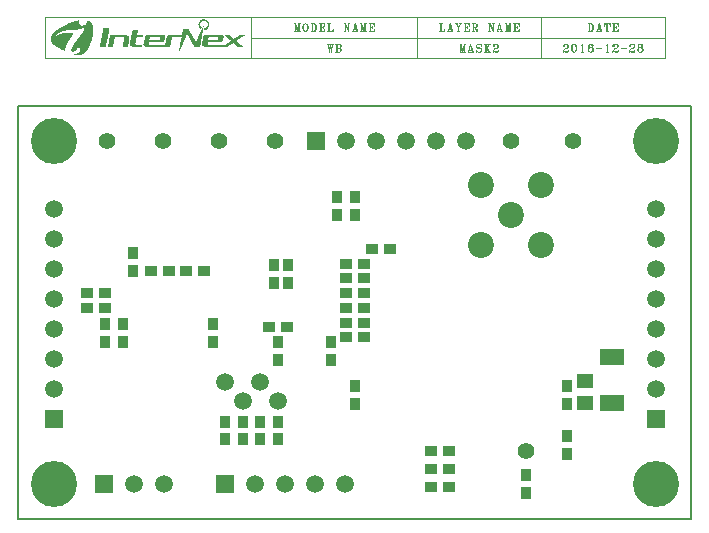
<source format=gbr>
%MOMM*%
%FSLAX33Y33*%
%ADD10C,0.203200*%
%ADD15C,0.070000*%
%ADD17C,3.900000*%
%ADD18R,1.500000X1.500000*%
%ADD19C,1.500000*%
%ADD20C,1.400000*%
%ADD21R,0.900000X1.000000*%
%ADD27R,1.000000X0.900000*%
%ADD73C,2.200000*%
%ADD127R,2.100000X1.400000*%
%ADD156R,1.350000X1.200000*%
G90*G71*G01*D02*G54D10*X000000Y000000D02*X057000Y000000D01*X057000Y035000D01*
X000000Y035000D01*X000000Y000000D01*D02*G54D15*X019750Y042500D02*
X002250Y042500D01*X002250Y039000D01*X019750Y039000D01*X019750Y040750D02*
X054750Y040750D01*X033750Y042500D02*X033750Y039000D01*X019750Y042500D02*
X054750Y042500D01*X054750Y039000D02*X019750Y039000D01*X019750Y042500D02*
X019750Y039000D01*X054750Y042500D02*X054750Y039000D01*X044250Y042500D02*
X044250Y039000D01*X046154Y040098D02*X046154Y040066D01*X046186Y040066D01*
X046186Y040098D01*X046154Y040098D01*X046154Y040130D02*X046186Y040130D01*
X046218Y040098D01*X046218Y040066D01*X046186Y040034D01*X046154Y040034D01*
X046123Y040066D01*X046123Y040098D01*X046154Y040161D01*X046186Y040193D01*
X046282Y040214D01*X046414Y040214D01*X046509Y040193D01*X046541Y040161D01*
X046578Y040098D01*X046578Y040034D01*X046541Y039981D01*X046446Y039917D01*
X046282Y039854D01*X046218Y039822D01*X046154Y039758D01*X046123Y039673D01*
X046123Y039578D01*X046509Y040161D02*X046541Y040098D01*X046541Y040034D01*
X046509Y039981D01*X046414Y040214D02*X046477Y040193D01*X046509Y040098D01*
X046509Y040034D01*X046477Y039981D01*X046414Y039917D01*X046282Y039854D01*
X046123Y039642D02*X046154Y039673D01*X046218Y039673D01*X046377Y039642D01*
X046509Y039642D01*X046578Y039673D01*X046218Y039673D02*X046377Y039610D01*
X046509Y039610D01*X046541Y039642D01*X046218Y039673D02*X046377Y039578D01*
X046509Y039578D01*X046541Y039610D01*X046578Y039673D01*X046578Y039727D01*
X047014Y040214D02*X046918Y040193D01*X046854Y040098D01*X046823Y039949D01*
X046823Y039854D01*X046854Y039705D01*X046918Y039610D01*X047014Y039578D01*
X047082Y039578D01*X047177Y039610D01*X047241Y039705D01*X047278Y039854D01*
X047278Y039949D01*X047241Y040098D01*X047177Y040193D01*X047082Y040214D01*
X047014Y040214D01*X046918Y040161D02*X046886Y040098D01*X046854Y039981D01*
X046854Y039822D01*X046886Y039705D01*X046918Y039642D01*X047177Y039642D02*
X047209Y039705D01*X047241Y039822D01*X047241Y039981D01*X047209Y040098D01*
X047177Y040161D01*X047014Y040214D02*X046950Y040193D01*X046918Y040130D01*
X046886Y039981D01*X046886Y039822D01*X046918Y039673D01*X046950Y039610D01*
X047014Y039578D01*X047082Y039578D02*X047146Y039610D01*X047177Y039673D01*
X047209Y039822D01*X047209Y039981D01*X047177Y040130D01*X047146Y040193D01*
X047082Y040214D01*X047727Y040161D02*X047727Y039578D01*X047745Y040161D02*
X047745Y039610D01*X047759Y040214D02*X047759Y039578D01*X047759Y040214D02*
X047714Y040130D01*X047686Y040098D01*X047673Y039578D02*X047818Y039578D01*
X047727Y039610D02*X047700Y039578D01*X047727Y039642D02*X047714Y039578D01*
X047759Y039642D02*X047773Y039578D01*X047759Y039610D02*X047786Y039578D01*
X048577Y040130D02*X048577Y040098D01*X048609Y040098D01*X048609Y040130D01*
X048577Y040130D01*X048609Y040161D02*X048577Y040161D01*X048546Y040130D01*
X048546Y040098D01*X048577Y040066D01*X048609Y040066D01*X048641Y040098D01*
X048641Y040130D01*X048609Y040193D01*X048546Y040214D01*X048450Y040214D01*
X048350Y040193D01*X048286Y040130D01*X048254Y040066D01*X048223Y039949D01*
X048223Y039758D01*X048254Y039673D01*X048318Y039610D01*X048414Y039578D01*
X048482Y039578D01*X048577Y039610D01*X048641Y039673D01*X048678Y039758D01*
X048678Y039790D01*X048641Y039886D01*X048577Y039949D01*X048482Y039981D01*
X048414Y039981D01*X048350Y039949D01*X048318Y039917D01*X048286Y039854D01*
X048318Y040130D02*X048286Y040066D01*X048254Y039949D01*X048254Y039758D01*
X048286Y039673D01*X048318Y039642D01*X048609Y039673D02*X048641Y039727D01*
X048641Y039822D01*X048609Y039886D01*X048450Y040214D02*X048382Y040193D01*
X048350Y040161D01*X048318Y040098D01*X048286Y039981D01*X048286Y039758D01*
X048318Y039673D01*X048350Y039610D01*X048414Y039578D01*X048482Y039578D02*
X048546Y039610D01*X048577Y039642D01*X048609Y039727D01*X048609Y039822D01*
X048577Y039917D01*X048546Y039949D01*X048482Y039981D01*X048923Y039886D02*
X049378Y039886D01*X049378Y039854D01*X048923Y039886D02*X048923Y039854D01*
X049378Y039854D01*X049827Y040161D02*X049827Y039578D01*X049845Y040161D02*
X049845Y039610D01*X049859Y040214D02*X049859Y039578D01*X049859Y040214D02*
X049814Y040130D01*X049786Y040098D01*X049773Y039578D02*X049918Y039578D01*
X049827Y039610D02*X049800Y039578D01*X049827Y039642D02*X049814Y039578D01*
X049859Y039642D02*X049873Y039578D01*X049859Y039610D02*X049886Y039578D01*
X050354Y040098D02*X050354Y040066D01*X050386Y040066D01*X050386Y040098D01*
X050354Y040098D01*X050354Y040130D02*X050386Y040130D01*X050418Y040098D01*
X050418Y040066D01*X050386Y040034D01*X050354Y040034D01*X050322Y040066D01*
X050322Y040098D01*X050354Y040161D01*X050386Y040193D01*X050482Y040214D01*
X050614Y040214D01*X050709Y040193D01*X050741Y040161D01*X050777Y040098D01*
X050777Y040034D01*X050741Y039981D01*X050646Y039917D01*X050482Y039854D01*
X050418Y039822D01*X050354Y039758D01*X050322Y039673D01*X050322Y039578D01*
X050709Y040161D02*X050741Y040098D01*X050741Y040034D01*X050709Y039981D01*
X050614Y040214D02*X050677Y040193D01*X050709Y040098D01*X050709Y040034D01*
X050677Y039981D01*X050614Y039917D01*X050482Y039854D01*X050322Y039642D02*
X050354Y039673D01*X050418Y039673D01*X050577Y039642D01*X050709Y039642D01*
X050777Y039673D01*X050418Y039673D02*X050577Y039610D01*X050709Y039610D01*
X050741Y039642D01*X050418Y039673D02*X050577Y039578D01*X050709Y039578D01*
X050741Y039610D01*X050777Y039673D01*X050777Y039727D01*X051022Y039886D02*
X051477Y039886D01*X051477Y039854D01*X051022Y039886D02*X051022Y039854D01*
X051477Y039854D01*X051754Y040098D02*X051754Y040066D01*X051786Y040066D01*
X051786Y040098D01*X051754Y040098D01*X051754Y040130D02*X051786Y040130D01*
X051818Y040098D01*X051818Y040066D01*X051786Y040034D01*X051754Y040034D01*
X051722Y040066D01*X051722Y040098D01*X051754Y040161D01*X051786Y040193D01*
X051882Y040214D01*X052014Y040214D01*X052109Y040193D01*X052141Y040161D01*
X052177Y040098D01*X052177Y040034D01*X052141Y039981D01*X052046Y039917D01*
X051882Y039854D01*X051818Y039822D01*X051754Y039758D01*X051722Y039673D01*
X051722Y039578D01*X052109Y040161D02*X052141Y040098D01*X052141Y040034D01*
X052109Y039981D01*X052014Y040214D02*X052077Y040193D01*X052109Y040098D01*
X052109Y040034D01*X052077Y039981D01*X052014Y039917D01*X051882Y039854D01*
X051722Y039642D02*X051754Y039673D01*X051818Y039673D01*X051977Y039642D01*
X052109Y039642D01*X052177Y039673D01*X051818Y039673D02*X051977Y039610D01*
X052109Y039610D01*X052141Y039642D01*X051818Y039673D02*X051977Y039578D01*
X052109Y039578D01*X052141Y039610D01*X052177Y039673D01*X052177Y039727D01*
X052582Y040214D02*X052486Y040193D01*X052454Y040130D01*X052454Y040034D01*
X052486Y039981D01*X052582Y039949D01*X052714Y039949D01*X052809Y039981D01*
X052841Y040034D01*X052841Y040130D01*X052809Y040193D01*X052714Y040214D01*
X052582Y040214D01*X052518Y040193D02*X052486Y040130D01*X052486Y040034D01*
X052518Y039981D01*X052777Y039981D02*X052809Y040034D01*X052809Y040130D01*
X052777Y040193D01*X052582Y040214D02*X052550Y040193D01*X052518Y040130D01*
X052518Y040034D01*X052550Y039981D01*X052582Y039949D01*X052714Y039949D02*
X052746Y039981D01*X052777Y040034D01*X052777Y040130D01*X052746Y040193D01*
X052714Y040214D01*X052582Y039949D02*X052486Y039917D01*X052454Y039886D01*
X052422Y039822D01*X052422Y039705D01*X052454Y039642D01*X052486Y039610D01*
X052582Y039578D01*X052714Y039578D01*X052809Y039610D01*X052841Y039642D01*
X052877Y039705D01*X052877Y039822D01*X052841Y039886D01*X052809Y039917D01*
X052714Y039949D01*X052486Y039886D02*X052454Y039822D01*X052454Y039705D01*
X052486Y039642D01*X052809Y039642D02*X052841Y039705D01*X052841Y039822D01*
X052809Y039886D01*X052582Y039949D02*X052518Y039917D01*X052486Y039822D01*
X052486Y039705D01*X052518Y039610D01*X052582Y039578D01*X052714Y039578D02*
X052777Y039610D01*X052809Y039705D01*X052809Y039822D01*X052777Y039917D01*
X052714Y039949D01*X048300Y041964D02*X048300Y041328D01*X048327Y041943D02*
X048327Y041360D01*X048354Y041964D02*X048354Y041328D01*X048223Y041964D02*
X048486Y041964D01*X048568Y041943D01*X048623Y041880D01*X048650Y041816D01*
X048678Y041731D01*X048678Y041572D01*X048650Y041477D01*X048623Y041423D01*
X048568Y041360D01*X048486Y041328D01*X048223Y041328D01*X048596Y041880D02*
X048623Y041816D01*X048650Y041731D01*X048650Y041572D01*X048623Y041477D01*
X048596Y041423D01*X048486Y041964D02*X048541Y041943D01*X048596Y041848D01*
X048623Y041731D01*X048623Y041572D01*X048596Y041455D01*X048541Y041360D01*
X048486Y041328D01*X048245Y041964D02*X048300Y041943D01*X048273Y041964D02*
X048300Y041911D01*X048382Y041964D02*X048354Y041911D01*X048409Y041964D02*
X048354Y041943D01*X048300Y041360D02*X048245Y041328D01*X048300Y041392D02*
X048273Y041328D01*X048354Y041392D02*X048382Y041328D01*X048354Y041360D02*
X048409Y041328D01*X049150Y041964D02*X048973Y041360D01*X049123Y041880D02*
X049273Y041328D01*X049150Y041880D02*X049300Y041328D01*X049150Y041964D02*
X049323Y041328D01*X049023Y041508D02*X049250Y041508D01*X048923Y041328D02*
X049073Y041328D01*X049200Y041328D02*X049378Y041328D01*X048973Y041360D02*
X048945Y041328D01*X048973Y041360D02*X049023Y041328D01*X049273Y041360D02*
X049223Y041328D01*X049273Y041392D02*X049250Y041328D01*X049300Y041392D02*
X049350Y041328D01*X049623Y041964D02*X049623Y041784D01*X049818Y041964D02*
X049818Y041328D01*X049850Y041943D02*X049850Y041360D01*X049877Y041964D02*
X049877Y041328D01*X050077Y041964D02*X050077Y041784D01*X049623Y041964D02*
X050077Y041964D01*X049736Y041328D02*X049959Y041328D01*X049650Y041964D02*
X049623Y041784D01*X049677Y041964D02*X049623Y041880D01*X049704Y041964D02*
X049623Y041911D01*X049764Y041964D02*X049623Y041943D01*X049932Y041964D02*
X050077Y041943D01*X049991Y041964D02*X050077Y041911D01*X050018Y041964D02*
X050077Y041880D01*X050046Y041964D02*X050077Y041784D01*X049818Y041360D02*
X049764Y041328D01*X049818Y041392D02*X049791Y041328D01*X049877Y041392D02*
X049905Y041328D01*X049877Y041360D02*X049932Y041328D01*X050404Y041964D02*
X050404Y041328D01*X050432Y041943D02*X050432Y041360D01*X050464Y041964D02*
X050464Y041328D01*X050322Y041964D02*X050777Y041964D01*X050777Y041784D01*
X050464Y041667D02*X050632Y041667D01*X050632Y041784D02*X050632Y041540D01*
X050322Y041328D02*X050777Y041328D01*X050777Y041508D01*X050350Y041964D02*
X050404Y041943D01*X050377Y041964D02*X050404Y041911D01*X050491Y041964D02*
X050464Y041911D01*X050518Y041964D02*X050464Y041943D01*X050632Y041964D02*
X050777Y041943D01*X050691Y041964D02*X050777Y041911D01*X050718Y041964D02*
X050777Y041880D01*X050746Y041964D02*X050777Y041784D01*X050632Y041784D02*
X050605Y041667D01*X050632Y041540D01*X050632Y041731D02*X050577Y041667D01*
X050632Y041604D01*X050632Y041699D02*X050518Y041667D01*X050632Y041636D01*
X050404Y041360D02*X050350Y041328D01*X050404Y041392D02*X050377Y041328D01*
X050464Y041392D02*X050491Y041328D01*X050464Y041360D02*X050518Y041328D01*
X050632Y041328D02*X050777Y041360D01*X050691Y041328D02*X050777Y041392D01*
X050718Y041328D02*X050777Y041423D01*X050746Y041328D02*X050777Y041508D01*
X035714Y041964D02*X035714Y041328D01*X035741Y041943D02*X035741Y041360D01*
X035773Y041964D02*X035773Y041328D01*X035623Y041964D02*X035864Y041964D01*
X035623Y041328D02*X036078Y041328D01*X036078Y041508D01*X035650Y041964D02*
X035714Y041943D01*X035682Y041964D02*X035714Y041911D01*X035805Y041964D02*
X035773Y041911D01*X035832Y041964D02*X035773Y041943D01*X035714Y041360D02*
X035650Y041328D01*X035714Y041392D02*X035682Y041328D01*X035773Y041392D02*
X035805Y041328D01*X035773Y041360D02*X035832Y041328D01*X035923Y041328D02*
X036078Y041360D01*X035982Y041328D02*X036078Y041392D01*X036014Y041328D02*
X036078Y041423D01*X036046Y041328D02*X036078Y041508D01*X036550Y041964D02*
X036373Y041360D01*X036523Y041880D02*X036673Y041328D01*X036550Y041880D02*
X036700Y041328D01*X036550Y041964D02*X036723Y041328D01*X036423Y041508D02*
X036650Y041508D01*X036323Y041328D02*X036473Y041328D01*X036600Y041328D02*
X036778Y041328D01*X036373Y041360D02*X036345Y041328D01*X036373Y041360D02*
X036423Y041328D01*X036673Y041360D02*X036623Y041328D01*X036673Y041392D02*
X036650Y041328D01*X036700Y041392D02*X036750Y041328D01*X037068Y041964D02*
X037223Y041636D01*X037223Y041328D01*X037091Y041964D02*X037245Y041636D01*
X037245Y041360D01*X037109Y041964D02*X037273Y041636D01*X037273Y041328D01*
X037405Y041943D02*X037273Y041636D01*X037023Y041964D02*X037182Y041964D01*
X037336Y041964D02*X037478Y041964D01*X037159Y041328D02*X037336Y041328D01*
X037045Y041964D02*X037091Y041943D01*X037159Y041964D02*X037109Y041943D01*
X037364Y041964D02*X037405Y041943D01*X037450Y041964D02*X037405Y041943D01*
X037223Y041360D02*X037182Y041328D01*X037223Y041392D02*X037200Y041328D01*
X037273Y041392D02*X037291Y041328D01*X037273Y041360D02*X037314Y041328D01*
X037804Y041964D02*X037804Y041328D01*X037832Y041943D02*X037832Y041360D01*
X037864Y041964D02*X037864Y041328D01*X037723Y041964D02*X038178Y041964D01*
X038178Y041784D01*X037864Y041667D02*X038032Y041667D01*X038032Y041784D02*
X038032Y041540D01*X037723Y041328D02*X038178Y041328D01*X038178Y041508D01*
X037750Y041964D02*X037804Y041943D01*X037777Y041964D02*X037804Y041911D01*
X037891Y041964D02*X037864Y041911D01*X037918Y041964D02*X037864Y041943D01*
X038032Y041964D02*X038178Y041943D01*X038091Y041964D02*X038178Y041911D01*
X038118Y041964D02*X038178Y041880D01*X038146Y041964D02*X038178Y041784D01*
X038032Y041784D02*X038005Y041667D01*X038032Y041540D01*X038032Y041731D02*
X037977Y041667D01*X038032Y041604D01*X038032Y041699D02*X037918Y041667D01*
X038032Y041636D01*X037804Y041360D02*X037750Y041328D01*X037804Y041392D02*
X037777Y041328D01*X037864Y041392D02*X037891Y041328D01*X037864Y041360D02*
X037918Y041328D01*X038032Y041328D02*X038178Y041360D01*X038091Y041328D02*
X038178Y041392D01*X038118Y041328D02*X038178Y041423D01*X038146Y041328D02*
X038178Y041508D01*X038495Y041964D02*X038495Y041328D01*X038523Y041943D02*
X038523Y041360D01*X038545Y041964D02*X038545Y041328D01*X038423Y041964D02*
X038723Y041964D01*X038800Y041943D01*X038823Y041911D01*X038850Y041848D01*
X038850Y041784D01*X038823Y041731D01*X038800Y041699D01*X038723Y041667D01*
X038545Y041667D01*X038800Y041911D02*X038823Y041848D01*X038823Y041784D01*
X038800Y041731D01*X038723Y041964D02*X038773Y041943D01*X038800Y041880D01*
X038800Y041752D01*X038773Y041699D01*X038723Y041667D01*X038645Y041667D02*
X038700Y041636D01*X038723Y041572D01*X038773Y041392D01*X038800Y041328D01*
X038850Y041328D01*X038878Y041392D01*X038878Y041455D01*X038773Y041455D02*
X038800Y041392D01*X038823Y041360D01*X038850Y041360D01*X038700Y041636D02*
X038723Y041604D01*X038800Y041423D01*X038823Y041392D01*X038850Y041392D01*
X038878Y041423D01*X038423Y041328D02*X038623Y041328D01*X038445Y041964D02*
X038495Y041943D01*X038473Y041964D02*X038495Y041911D01*X038573Y041964D02*
X038545Y041911D01*X038595Y041964D02*X038545Y041943D01*X038495Y041360D02*
X038445Y041328D01*X038495Y041392D02*X038473Y041328D01*X038545Y041392D02*
X038573Y041328D01*X038545Y041360D02*X038595Y041328D01*X039886Y041964D02*
X039886Y041360D01*X039886Y041964D02*X040205Y041328D01*X039913Y041964D02*
X040182Y041423D01*X039932Y041964D02*X040205Y041423D01*X040205Y041943D02*
X040205Y041328D01*X039822Y041964D02*X039932Y041964D01*X040141Y041964D02*
X040277Y041964D01*X039822Y041328D02*X039954Y041328D01*X039841Y041964D02*
X039886Y041943D01*X040164Y041964D02*X040205Y041943D01*X040255Y041964D02*
X040205Y041943D01*X039886Y041360D02*X039841Y041328D01*X039886Y041360D02*
X039932Y041328D01*X040750Y041964D02*X040573Y041360D01*X040723Y041880D02*
X040873Y041328D01*X040750Y041880D02*X040900Y041328D01*X040750Y041964D02*
X040923Y041328D01*X040623Y041508D02*X040850Y041508D01*X040522Y041328D02*
X040673Y041328D01*X040800Y041328D02*X040977Y041328D01*X040573Y041360D02*
X040545Y041328D01*X040573Y041360D02*X040623Y041328D01*X040873Y041360D02*
X040823Y041328D01*X040873Y041392D02*X040850Y041328D01*X040900Y041392D02*
X040950Y041328D01*X041282Y041964D02*X041282Y041360D01*X041282Y041964D02*
X041427Y041328D01*X041304Y041964D02*X041427Y041423D01*X041323Y041964D02*
X041445Y041423D01*X041573Y041964D02*X041427Y041328D01*X041573Y041964D02*
X041573Y041328D01*X041591Y041943D02*X041591Y041360D01*X041614Y041964D02*
X041614Y041328D01*X041222Y041964D02*X041323Y041964D01*X041573Y041964D02*
X041677Y041964D01*X041222Y041328D02*X041345Y041328D01*X041509Y041328D02*
X041677Y041328D01*X041241Y041964D02*X041282Y041943D01*X041632Y041964D02*
X041614Y041911D01*X041655Y041964D02*X041614Y041943D01*X041282Y041360D02*
X041241Y041328D01*X041282Y041360D02*X041323Y041328D01*X041573Y041360D02*
X041532Y041328D01*X041573Y041392D02*X041550Y041328D01*X041614Y041392D02*
X041632Y041328D01*X041614Y041360D02*X041655Y041328D01*X042004Y041964D02*
X042004Y041328D01*X042032Y041943D02*X042032Y041360D01*X042064Y041964D02*
X042064Y041328D01*X041922Y041964D02*X042377Y041964D01*X042377Y041784D01*
X042064Y041667D02*X042232Y041667D01*X042232Y041784D02*X042232Y041540D01*
X041922Y041328D02*X042377Y041328D01*X042377Y041508D01*X041950Y041964D02*
X042004Y041943D01*X041977Y041964D02*X042004Y041911D01*X042091Y041964D02*
X042064Y041911D01*X042118Y041964D02*X042064Y041943D01*X042232Y041964D02*
X042377Y041943D01*X042291Y041964D02*X042377Y041911D01*X042318Y041964D02*
X042377Y041880D01*X042346Y041964D02*X042377Y041784D01*X042232Y041784D02*
X042205Y041667D01*X042232Y041540D01*X042232Y041731D02*X042177Y041667D01*
X042232Y041604D01*X042232Y041699D02*X042118Y041667D01*X042232Y041636D01*
X042004Y041360D02*X041950Y041328D01*X042004Y041392D02*X041977Y041328D01*
X042064Y041392D02*X042091Y041328D01*X042064Y041360D02*X042118Y041328D01*
X042232Y041328D02*X042377Y041360D01*X042291Y041328D02*X042377Y041392D01*
X042318Y041328D02*X042377Y041423D01*X042346Y041328D02*X042377Y041508D01*
X023432Y041964D02*X023432Y041360D01*X023432Y041964D02*X023577Y041328D01*
X023454Y041964D02*X023577Y041423D01*X023473Y041964D02*X023596Y041423D01*
X023723Y041964D02*X023577Y041328D01*X023723Y041964D02*X023723Y041328D01*
X023741Y041943D02*X023741Y041360D01*X023764Y041964D02*X023764Y041328D01*
X023373Y041964D02*X023473Y041964D01*X023723Y041964D02*X023828Y041964D01*
X023373Y041328D02*X023495Y041328D01*X023659Y041328D02*X023828Y041328D01*
X023391Y041964D02*X023432Y041943D01*X023782Y041964D02*X023764Y041911D01*
X023805Y041964D02*X023764Y041943D01*X023432Y041360D02*X023391Y041328D01*
X023432Y041360D02*X023473Y041328D01*X023723Y041360D02*X023682Y041328D01*
X023723Y041392D02*X023700Y041328D01*X023764Y041392D02*X023782Y041328D01*
X023764Y041360D02*X023805Y041328D01*X024268Y041964D02*X024186Y041943D01*
X024127Y041880D01*X024100Y041816D01*X024073Y041699D01*X024073Y041604D01*
X024100Y041477D01*X024127Y041423D01*X024186Y041360D01*X024268Y041328D01*
X024327Y041328D01*X024414Y041360D01*X024468Y041423D01*X024496Y041477D01*
X024528Y041604D01*X024528Y041699D01*X024496Y041816D01*X024468Y041880D01*
X024414Y041943D01*X024327Y041964D01*X024268Y041964D01*X024154Y041880D02*
X024127Y041816D01*X024100Y041731D01*X024100Y041572D01*X024127Y041477D01*
X024154Y041423D01*X024441Y041423D02*X024468Y041477D01*X024496Y041572D01*
X024496Y041731D01*X024468Y041816D01*X024441Y041880D01*X024268Y041964D02*
X024214Y041943D01*X024154Y041848D01*X024127Y041731D01*X024127Y041572D01*
X024154Y041455D01*X024214Y041360D01*X024268Y041328D01*X024327Y041328D02*
X024382Y041360D01*X024441Y041455D01*X024468Y041572D01*X024468Y041731D01*
X024441Y041848D01*X024382Y041943D01*X024327Y041964D01*X024850Y041964D02*
X024850Y041328D01*X024877Y041943D02*X024877Y041360D01*X024904Y041964D02*
X024904Y041328D01*X024773Y041964D02*X025036Y041964D01*X025118Y041943D01*
X025173Y041880D01*X025200Y041816D01*X025228Y041731D01*X025228Y041572D01*
X025200Y041477D01*X025173Y041423D01*X025118Y041360D01*X025036Y041328D01*
X024773Y041328D01*X025146Y041880D02*X025173Y041816D01*X025200Y041731D01*
X025200Y041572D01*X025173Y041477D01*X025146Y041423D01*X025036Y041964D02*
X025091Y041943D01*X025146Y041848D01*X025173Y041731D01*X025173Y041572D01*
X025146Y041455D01*X025091Y041360D01*X025036Y041328D01*X024795Y041964D02*
X024850Y041943D01*X024823Y041964D02*X024850Y041911D01*X024932Y041964D02*
X024904Y041911D01*X024959Y041964D02*X024904Y041943D01*X024850Y041360D02*
X024795Y041328D01*X024850Y041392D02*X024823Y041328D01*X024904Y041392D02*
X024932Y041328D01*X024904Y041360D02*X024959Y041328D01*X025554Y041964D02*
X025554Y041328D01*X025582Y041943D02*X025582Y041360D01*X025614Y041964D02*
X025614Y041328D01*X025473Y041964D02*X025928Y041964D01*X025928Y041784D01*
X025614Y041667D02*X025782Y041667D01*X025782Y041784D02*X025782Y041540D01*
X025473Y041328D02*X025928Y041328D01*X025928Y041508D01*X025500Y041964D02*
X025554Y041943D01*X025527Y041964D02*X025554Y041911D01*X025641Y041964D02*
X025614Y041911D01*X025668Y041964D02*X025614Y041943D01*X025782Y041964D02*
X025928Y041943D01*X025841Y041964D02*X025928Y041911D01*X025868Y041964D02*
X025928Y041880D01*X025896Y041964D02*X025928Y041784D01*X025782Y041784D02*
X025755Y041667D01*X025782Y041540D01*X025782Y041731D02*X025727Y041667D01*
X025782Y041604D01*X025782Y041699D02*X025668Y041667D01*X025782Y041636D01*
X025554Y041360D02*X025500Y041328D01*X025554Y041392D02*X025527Y041328D01*
X025614Y041392D02*X025641Y041328D01*X025614Y041360D02*X025668Y041328D01*
X025782Y041328D02*X025928Y041360D01*X025841Y041328D02*X025928Y041392D01*
X025868Y041328D02*X025928Y041423D01*X025896Y041328D02*X025928Y041508D01*
X026264Y041964D02*X026264Y041328D01*X026291Y041943D02*X026291Y041360D01*
X026323Y041964D02*X026323Y041328D01*X026173Y041964D02*X026414Y041964D01*
X026173Y041328D02*X026628Y041328D01*X026628Y041508D01*X026200Y041964D02*
X026264Y041943D01*X026232Y041964D02*X026264Y041911D01*X026355Y041964D02*
X026323Y041911D01*X026382Y041964D02*X026323Y041943D01*X026264Y041360D02*
X026200Y041328D01*X026264Y041392D02*X026232Y041328D01*X026323Y041392D02*
X026355Y041328D01*X026323Y041360D02*X026382Y041328D01*X026473Y041328D02*
X026628Y041360D01*X026532Y041328D02*X026628Y041392D01*X026564Y041328D02*
X026628Y041423D01*X026596Y041328D02*X026628Y041508D01*X027636Y041964D02*
X027636Y041360D01*X027636Y041964D02*X027955Y041328D01*X027663Y041964D02*
X027932Y041423D01*X027682Y041964D02*X027955Y041423D01*X027955Y041943D02*
X027955Y041328D01*X027572Y041964D02*X027682Y041964D01*X027891Y041964D02*
X028027Y041964D01*X027572Y041328D02*X027704Y041328D01*X027591Y041964D02*
X027636Y041943D01*X027914Y041964D02*X027955Y041943D01*X028005Y041964D02*
X027955Y041943D01*X027636Y041360D02*X027591Y041328D01*X027636Y041360D02*
X027682Y041328D01*X028500Y041964D02*X028323Y041360D01*X028473Y041880D02*
X028623Y041328D01*X028500Y041880D02*X028650Y041328D01*X028500Y041964D02*
X028673Y041328D01*X028373Y041508D02*X028600Y041508D01*X028272Y041328D02*
X028423Y041328D01*X028550Y041328D02*X028727Y041328D01*X028323Y041360D02*
X028295Y041328D01*X028323Y041360D02*X028373Y041328D01*X028623Y041360D02*
X028573Y041328D01*X028623Y041392D02*X028600Y041328D01*X028650Y041392D02*
X028700Y041328D01*X029032Y041964D02*X029032Y041360D01*X029032Y041964D02*
X029177Y041328D01*X029054Y041964D02*X029177Y041423D01*X029073Y041964D02*
X029195Y041423D01*X029323Y041964D02*X029177Y041328D01*X029323Y041964D02*
X029323Y041328D01*X029341Y041943D02*X029341Y041360D01*X029364Y041964D02*
X029364Y041328D01*X028972Y041964D02*X029073Y041964D01*X029323Y041964D02*
X029427Y041964D01*X028972Y041328D02*X029095Y041328D01*X029259Y041328D02*
X029427Y041328D01*X028991Y041964D02*X029032Y041943D01*X029382Y041964D02*
X029364Y041911D01*X029405Y041964D02*X029364Y041943D01*X029032Y041360D02*
X028991Y041328D01*X029032Y041360D02*X029073Y041328D01*X029323Y041360D02*
X029282Y041328D01*X029323Y041392D02*X029300Y041328D01*X029364Y041392D02*
X029382Y041328D01*X029364Y041360D02*X029405Y041328D01*X029754Y041964D02*
X029754Y041328D01*X029782Y041943D02*X029782Y041360D01*X029814Y041964D02*
X029814Y041328D01*X029672Y041964D02*X030127Y041964D01*X030127Y041784D01*
X029814Y041667D02*X029982Y041667D01*X029982Y041784D02*X029982Y041540D01*
X029672Y041328D02*X030127Y041328D01*X030127Y041508D01*X029700Y041964D02*
X029754Y041943D01*X029727Y041964D02*X029754Y041911D01*X029841Y041964D02*
X029814Y041911D01*X029868Y041964D02*X029814Y041943D01*X029982Y041964D02*
X030127Y041943D01*X030041Y041964D02*X030127Y041911D01*X030068Y041964D02*
X030127Y041880D01*X030096Y041964D02*X030127Y041784D01*X029982Y041784D02*
X029955Y041667D01*X029982Y041540D01*X029982Y041731D02*X029927Y041667D01*
X029982Y041604D01*X029982Y041699D02*X029868Y041667D01*X029982Y041636D01*
X029754Y041360D02*X029700Y041328D01*X029754Y041392D02*X029727Y041328D01*
X029814Y041392D02*X029841Y041328D01*X029814Y041360D02*X029868Y041328D01*
X029982Y041328D02*X030127Y041360D01*X030041Y041328D02*X030127Y041392D01*
X030068Y041328D02*X030127Y041423D01*X030096Y041328D02*X030127Y041508D01*
X026232Y040214D02*X026314Y039578D01*X026254Y040214D02*X026314Y039727D01*
X026314Y039578D01*X026273Y040214D02*X026336Y039727D01*X026400Y040214D02*
X026336Y039727D01*X026314Y039578D01*X026400Y040214D02*X026482Y039578D01*
X026418Y040214D02*X026482Y039727D01*X026482Y039578D01*X026441Y040214D02*
X026500Y039727D01*X026564Y040193D02*X026500Y039727D01*X026482Y039578D01*
X026173Y040214D02*X026336Y040214D01*X026400Y040214D02*X026441Y040214D01*
X026500Y040214D02*X026628Y040214D01*X026191Y040214D02*X026254Y040193D01*
X026213Y040214D02*X026254Y040161D01*X026295Y040214D02*X026273Y040161D01*
X026314Y040214D02*X026273Y040193D01*X026523Y040214D02*X026564Y040193D01*
X026605Y040214D02*X026564Y040193D01*X026950Y040214D02*X026950Y039578D01*
X026977Y040193D02*X026977Y039610D01*X027004Y040214D02*X027004Y039578D01*
X026873Y040214D02*X027191Y040214D01*X027273Y040193D01*X027296Y040161D01*
X027327Y040098D01*X027327Y040034D01*X027296Y039981D01*X027273Y039949D01*
X027191Y039917D01*X027273Y040161D02*X027296Y040098D01*X027296Y040034D01*
X027273Y039981D01*X027191Y040214D02*X027246Y040193D01*X027273Y040130D01*
X027273Y040002D01*X027246Y039949D01*X027191Y039917D01*X027004Y039917D02*
X027191Y039917D01*X027273Y039886D01*X027296Y039854D01*X027327Y039790D01*
X027327Y039705D01*X027296Y039642D01*X027273Y039610D01*X027191Y039578D01*
X026873Y039578D01*X027273Y039854D02*X027296Y039790D01*X027296Y039705D01*
X027273Y039642D01*X027191Y039917D02*X027246Y039886D01*X027273Y039822D01*
X027273Y039673D01*X027246Y039610D01*X027191Y039578D01*X026895Y040214D02*
X026950Y040193D01*X026923Y040214D02*X026950Y040161D01*X027032Y040214D02*
X027004Y040161D01*X027059Y040214D02*X027004Y040193D01*X026950Y039610D02*
X026895Y039578D01*X026950Y039642D02*X026923Y039578D01*X027004Y039642D02*
X027032Y039578D01*X027004Y039610D02*X027059Y039578D01*X037432Y040214D02*
X037432Y039610D01*X037432Y040214D02*X037577Y039578D01*X037454Y040214D02*
X037577Y039673D01*X037473Y040214D02*X037595Y039673D01*X037723Y040214D02*
X037577Y039578D01*X037723Y040214D02*X037723Y039578D01*X037741Y040193D02*
X037741Y039610D01*X037764Y040214D02*X037764Y039578D01*X037373Y040214D02*
X037473Y040214D01*X037723Y040214D02*X037828Y040214D01*X037373Y039578D02*
X037495Y039578D01*X037659Y039578D02*X037828Y039578D01*X037391Y040214D02*
X037432Y040193D01*X037782Y040214D02*X037764Y040161D01*X037805Y040214D02*
X037764Y040193D01*X037432Y039610D02*X037391Y039578D01*X037432Y039610D02*
X037473Y039578D01*X037723Y039610D02*X037682Y039578D01*X037723Y039642D02*
X037700Y039578D01*X037764Y039642D02*X037782Y039578D01*X037764Y039610D02*
X037805Y039578D01*X038300Y040214D02*X038123Y039610D01*X038273Y040130D02*
X038423Y039578D01*X038300Y040130D02*X038450Y039578D01*X038300Y040214D02*
X038473Y039578D01*X038173Y039758D02*X038400Y039758D01*X038073Y039578D02*
X038223Y039578D01*X038350Y039578D02*X038528Y039578D01*X038123Y039610D02*
X038095Y039578D01*X038123Y039610D02*X038173Y039578D01*X038423Y039610D02*
X038373Y039578D01*X038423Y039642D02*X038400Y039578D01*X038450Y039642D02*
X038500Y039578D01*X039191Y040130D02*X039228Y040214D01*X039228Y040034D01*
X039191Y040130D01*X039127Y040193D01*X039027Y040214D01*X038932Y040214D01*
X038836Y040193D01*X038773Y040130D01*X038773Y040034D01*X038804Y039981D01*
X038900Y039917D01*X039096Y039854D01*X039159Y039822D01*X039191Y039758D01*
X039191Y039673D01*X039159Y039610D01*X038804Y040034D02*X038836Y039981D01*
X038900Y039949D01*X039096Y039886D01*X039159Y039854D01*X039191Y039790D01*
X038836Y040193D02*X038804Y040130D01*X038804Y040066D01*X038836Y040002D01*
X038900Y039981D01*X039096Y039917D01*X039191Y039854D01*X039228Y039790D01*
X039228Y039705D01*X039191Y039642D01*X039159Y039610D01*X039064Y039578D01*
X038964Y039578D01*X038868Y039610D01*X038804Y039673D01*X038773Y039758D01*
X038773Y039578D01*X038804Y039673D01*X039541Y040214D02*X039541Y039578D01*
X039568Y040193D02*X039568Y039610D01*X039591Y040214D02*X039591Y039578D01*
X039855Y040193D02*X039591Y039854D01*X039664Y039917D02*X039827Y039578D01*
X039686Y039917D02*X039855Y039578D01*X039686Y039981D02*X039877Y039578D01*
X039473Y040214D02*X039664Y040214D01*X039782Y040214D02*X039927Y040214D01*
X039473Y039578D02*X039664Y039578D01*X039759Y039578D02*X039927Y039578D01*
X039495Y040214D02*X039541Y040193D01*X039518Y040214D02*X039541Y040161D01*
X039614Y040214D02*X039591Y040161D01*X039636Y040214D02*X039591Y040193D01*
X039827Y040214D02*X039855Y040193D01*X039900Y040214D02*X039855Y040193D01*
X039541Y039610D02*X039495Y039578D01*X039541Y039642D02*X039518Y039578D01*
X039591Y039642D02*X039614Y039578D01*X039591Y039610D02*X039636Y039578D01*
X039827Y039642D02*X039782Y039578D01*X039827Y039642D02*X039900Y039578D01*
X040204Y040098D02*X040204Y040066D01*X040236Y040066D01*X040236Y040098D01*
X040204Y040098D01*X040204Y040130D02*X040236Y040130D01*X040268Y040098D01*
X040268Y040066D01*X040236Y040034D01*X040204Y040034D01*X040172Y040066D01*
X040172Y040098D01*X040204Y040161D01*X040236Y040193D01*X040332Y040214D01*
X040464Y040214D01*X040559Y040193D01*X040591Y040161D01*X040627Y040098D01*
X040627Y040034D01*X040591Y039981D01*X040496Y039917D01*X040332Y039854D01*
X040268Y039822D01*X040204Y039758D01*X040172Y039673D01*X040172Y039578D01*
X040559Y040161D02*X040591Y040098D01*X040591Y040034D01*X040559Y039981D01*
X040464Y040214D02*X040527Y040193D01*X040559Y040098D01*X040559Y040034D01*
X040527Y039981D01*X040464Y039917D01*X040332Y039854D01*X040172Y039642D02*
X040204Y039673D01*X040268Y039673D01*X040427Y039642D01*X040559Y039642D01*
X040627Y039673D01*X040268Y039673D02*X040427Y039610D01*X040559Y039610D01*
X040591Y039642D01*X040268Y039673D02*X040427Y039578D01*X040559Y039578D01*
X040591Y039610D01*X040627Y039673D01*X040627Y039727D01*X000000Y000000D02*D02*
G54D17*X003000Y003000D03*X054000Y003000D03*X003000Y032000D03*X054000Y032000D03*
D02*G54D18*X007250Y003000D03*X017500Y003000D03*X003000Y008500D03*
X054000Y008500D03*X025250Y032000D03*D02*G54D19*X009790Y003000D03*
X012330Y003000D03*X020040Y003000D03*X022580Y003000D03*X025120Y003000D03*
X027660Y003000D03*X003000Y011040D03*X017500Y011625D03*X022000Y010000D03*
X020500Y011625D03*X019000Y010000D03*X054000Y011040D03*X003000Y013580D03*
X054000Y013580D03*X003000Y016120D03*X054000Y016120D03*X003000Y018660D03*
X054000Y018660D03*X003000Y021200D03*X003000Y023740D03*X054000Y021200D03*
X054000Y023740D03*X003000Y026280D03*X054000Y026280D03*X030330Y032000D03*
X027790Y032000D03*X032870Y032000D03*X035410Y032000D03*X037950Y032000D03*D02*
G54D20*X043000Y005750D03*X007500Y032000D03*X012250Y032000D03*X017000Y032000D03*
X021750Y032000D03*X041750Y032000D03*X047000Y032000D03*D02*G54D21*
X043000Y002250D03*X046500Y005500D03*X043000Y003750D03*X017500Y008250D03*
X017500Y006750D03*X020500Y008250D03*X020500Y006750D03*X019000Y008250D03*
X019000Y006750D03*X022000Y008250D03*X022000Y006750D03*X046500Y007000D03*
X028500Y011250D03*X028500Y009750D03*X046500Y011250D03*X046500Y009750D03*
X022000Y013500D03*X026500Y013500D03*X007375Y016500D03*X007375Y015000D03*
X008875Y016500D03*X008875Y015000D03*X016500Y015000D03*X016500Y016500D03*
X022000Y015000D03*X026500Y015000D03*X021625Y020000D03*X022875Y020000D03*
X009750Y021000D03*X009750Y022500D03*X021625Y021500D03*X022875Y021500D03*
X028500Y025750D03*X027000Y025750D03*X028500Y027250D03*X027000Y027250D03*D02*
G54D27*X036500Y002750D03*X035000Y002750D03*X035000Y005750D03*X036500Y005750D03*
X036500Y004250D03*X035000Y004250D03*X021250Y016250D03*X022750Y016250D03*
X029250Y016625D03*X027750Y016625D03*X029250Y015375D03*X027750Y015375D03*
X007375Y017875D03*X005875Y017875D03*X007375Y019125D03*X005875Y019125D03*
X029250Y017875D03*X027750Y017875D03*X029250Y020375D03*X027750Y020375D03*
X029250Y019125D03*X027750Y019125D03*X012750Y021000D03*X011250Y021000D03*
X015750Y021000D03*X014250Y021000D03*X030000Y022875D03*X029250Y021625D03*
X027750Y021625D03*X031500Y022875D03*D02*G54D73*X039210Y023210D03*
X044290Y023210D03*X041750Y025750D03*X039210Y028290D03*X044290Y028290D03*D02*
G54D127*X050250Y009800D03*X050250Y013700D03*D02*G54D156*X048000Y009825D03*
X048000Y011675D03*
G36*X017465Y040976D02*X017465Y040998D01*X017854Y040998D01*X017854Y040976D01*
X017875Y040976D01*X017875Y040955D01*X017918Y040955D01*X017918Y040933D01*
X017940Y040933D01*X017940Y040911D01*X017962Y040911D01*X017962Y040890D01*
X017983Y040890D01*X017983Y040868D01*X018005Y040868D01*X018005Y040847D01*
X018027Y040847D01*X018027Y040825D01*X018048Y040825D01*X018048Y040803D01*
X018070Y040803D01*X018070Y040782D01*X018091Y040782D01*X018091Y040760D01*
X018135Y040760D01*X018135Y040739D01*X018156Y040739D01*X018156Y040717D01*
X018178Y040717D01*X018178Y040695D01*X018199Y040695D01*X018199Y040674D01*
X018221Y040674D01*X018221Y040652D01*X018264Y040652D01*X018264Y040674D01*
X018307Y040674D01*X018307Y040695D01*X018351Y040695D01*X018351Y040717D01*
X018372Y040717D01*X018372Y040739D01*X018415Y040739D01*X018415Y040760D01*
X018437Y040760D01*X018437Y040782D01*X018480Y040782D01*X018480Y040803D01*
X018523Y040803D01*X018523Y040825D01*X018545Y040825D01*X018545Y040847D01*
X018588Y040847D01*X018588Y040868D01*X018610Y040868D01*X018610Y040890D01*
X018653Y040890D01*X018653Y040911D01*X018675Y040911D01*X018675Y040933D01*
X018718Y040933D01*X018718Y040955D01*X018739Y040955D01*X018739Y040976D01*
X018783Y040976D01*X018783Y040998D01*X019236Y040998D01*X019236Y040976D01*
X019193Y040976D01*X019193Y040955D01*X019171Y040955D01*X019171Y040933D01*
X019128Y040933D01*X019128Y040911D01*X019107Y040911D01*X019107Y040890D01*
X019063Y040890D01*X019063Y040868D01*X019042Y040868D01*X019042Y040847D01*
X018999Y040847D01*X018999Y040825D01*X018977Y040825D01*X018977Y040803D01*
X018934Y040803D01*X018934Y040782D01*X018912Y040782D01*X018912Y040760D01*
X018869Y040760D01*X018869Y040739D01*X018847Y040739D01*X018847Y040717D01*
X018804Y040717D01*X018804Y040695D01*X018783Y040695D01*X018783Y040674D01*
X018739Y040674D01*X018739Y040652D01*X018718Y040652D01*X018718Y040631D01*
X018675Y040631D01*X018675Y040609D01*X018653Y040609D01*X018653Y040587D01*
X018610Y040587D01*X018610Y040566D01*X018588Y040566D01*X018588Y040544D01*
X018545Y040544D01*X018545Y040523D01*X018523Y040523D01*X018523Y040501D01*
X018480Y040501D01*X018480Y040458D01*X018005Y040458D01*X018005Y040523D01*
X017983Y040523D01*X017983Y040544D01*X017940Y040544D01*X017940Y040566D01*
X017918Y040566D01*X017918Y040587D01*X017897Y040587D01*X017897Y040609D01*
X017875Y040609D01*X017875Y040631D01*X017854Y040631D01*X017854Y040652D01*
X017832Y040652D01*X017832Y040674D01*X017810Y040674D01*X017810Y040695D01*
X017789Y040695D01*X017789Y040717D01*X017746Y040717D01*X017746Y040739D01*
X017724Y040739D01*X017724Y040760D01*X017702Y040760D01*X017702Y040782D01*
X017681Y040782D01*X017681Y040803D01*X017659Y040803D01*X017659Y040825D01*
X017638Y040825D01*X017638Y040847D01*X017616Y040847D01*X017616Y040868D01*
X017573Y040868D01*X017573Y040890D01*X017551Y040890D01*X017551Y040911D01*
X017530Y040911D01*X017530Y040933D01*X017508Y040933D01*X017508Y040955D01*
X017486Y040955D01*X017486Y040976D01*X017465Y040976D01*G37*G36*X017530Y040155D02*
X017530Y040177D01*X017573Y040177D01*X017573Y040199D01*X017594Y040199D01*
X017594Y040220D01*X017638Y040220D01*X017638Y040242D01*X017681Y040242D01*
X017681Y040263D01*X017702Y040263D01*X017702Y040285D01*X017746Y040285D01*
X017746Y040307D01*X017767Y040307D01*X017767Y040328D01*X017789Y040328D01*
X017789Y040350D01*X017832Y040350D01*X017832Y040371D01*X017875Y040371D01*
X017875Y040393D01*X017897Y040393D01*X017897Y040415D01*X017940Y040415D01*
X017940Y040436D01*X017962Y040436D01*X017962Y040458D01*X018502Y040458D01*
X018502Y040436D01*X018523Y040436D01*X018523Y040415D01*X018567Y040415D01*
X018567Y040393D01*X018588Y040393D01*X018588Y040371D01*X018610Y040371D01*
X018610Y040350D01*X018631Y040350D01*X018631Y040328D01*X018675Y040328D01*
X018675Y040307D01*X018696Y040307D01*X018696Y040285D01*X018718Y040285D01*
X018718Y040263D01*X018739Y040263D01*X018739Y040242D01*X018783Y040242D01*
X018783Y040220D01*X018804Y040220D01*X018804Y040199D01*X018826Y040199D01*
X018826Y040177D01*X018847Y040177D01*X018847Y040155D01*X018891Y040155D01*
X018891Y040134D01*X018912Y040134D01*X018912Y040112D01*X018934Y040112D01*
X018934Y040091D01*X018955Y040091D01*X018955Y040069D01*X018977Y040069D01*
X018977Y040047D01*X019020Y040047D01*X019020Y040026D01*X019042Y040026D01*
X019042Y040004D01*X019063Y040004D01*X019063Y039983D01*X019085Y039983D01*
X019085Y039961D01*X018631Y039961D01*X018631Y039983D01*X018588Y039983D01*
X018588Y040004D01*X018567Y040004D01*X018567Y040026D01*X018545Y040026D01*
X018545Y040047D01*X018523Y040047D01*X018523Y040069D01*X018502Y040069D01*
X018502Y040091D01*X018480Y040091D01*X018480Y040112D01*X018437Y040112D01*
X018437Y040134D01*X018415Y040134D01*X018415Y040155D01*X018394Y040155D01*
X018394Y040177D01*X018372Y040177D01*X018372Y040199D01*X018351Y040199D01*
X018351Y040220D01*X018329Y040220D01*X018329Y040242D01*X018286Y040242D01*
X018286Y040263D01*X018264Y040263D01*X018264Y040285D01*X018243Y040285D01*
X018243Y040307D01*X018199Y040307D01*X018199Y040285D01*X018156Y040285D01*
X018156Y040263D01*X018135Y040263D01*X018135Y040242D01*X018091Y040242D01*
X018091Y040220D01*X018048Y040220D01*X018048Y040199D01*X018027Y040199D01*
X018027Y040177D01*X017983Y040177D01*X017983Y040155D01*X017530Y040155D01*G37*G36*
X015758Y041451D02*X015780Y041451D01*X015780Y041430D01*X015823Y041430D01*
X015823Y041408D01*X015866Y041408D01*X015866Y041430D01*X015909Y041430D01*
X015909Y041451D01*X015953Y041451D01*X015953Y041473D01*X015996Y041473D01*
X015996Y041495D01*X016017Y041495D01*X016017Y041516D01*X016039Y041516D01*
X016039Y041538D01*X016061Y041538D01*X016061Y041560D01*X016082Y041560D01*
X016082Y041581D01*X016104Y041581D01*X016104Y041624D01*X016125Y041624D01*
X016125Y041646D01*X016147Y041646D01*X016147Y041689D01*X016169Y041689D01*
X016169Y041776D01*X016190Y041776D01*X016190Y041948D01*X016169Y041948D01*
X016169Y042013D01*X016017Y042013D01*X016017Y041970D01*X016039Y041970D01*
X016039Y041754D01*X016017Y041754D01*X016017Y041711D01*X015996Y041711D01*
X015996Y041668D01*X015974Y041668D01*X015974Y041646D01*X015953Y041646D01*
X015953Y041624D01*X015931Y041624D01*X015931Y041603D01*X015888Y041603D01*
X015888Y041581D01*X015845Y041581D01*X015845Y041560D01*X015801Y041560D01*
X015801Y041538D01*X015780Y041538D01*X015780Y041516D01*X015758Y041516D01*
X015758Y041451D01*G37*G36*X015305Y042035D02*X015477Y042035D01*X015477Y042056D01*
X015499Y042056D01*X015499Y042100D01*X015521Y042100D01*X015521Y042121D01*
X015564Y042121D01*X015564Y042143D01*X015607Y042143D01*X015607Y042164D01*
X015693Y042164D01*X015693Y042186D01*X015780Y042186D01*X015780Y042164D01*
X015866Y042164D01*X015866Y042143D01*X015888Y042143D01*X015888Y042121D01*
X015931Y042121D01*X015931Y042100D01*X015953Y042100D01*X015953Y042078D01*
X015974Y042078D01*X015974Y042056D01*X015996Y042056D01*X015996Y042013D01*
X016169Y042013D01*X016169Y042035D01*X016147Y042035D01*X016147Y042078D01*
X016125Y042078D01*X016125Y042121D01*X016104Y042121D01*X016104Y042143D01*
X016082Y042143D01*X016082Y042164D01*X016061Y042164D01*X016061Y042186D01*
X016039Y042186D01*X016039Y042208D01*X016017Y042208D01*X016017Y042229D01*
X015996Y042229D01*X015996Y042251D01*X015953Y042251D01*X015953Y042272D01*
X015909Y042272D01*X015909Y042294D01*X015845Y042294D01*X015845Y042316D01*
X015607Y042316D01*X015607Y042294D01*X015542Y042294D01*X015542Y042272D01*
X015499Y042272D01*X015499Y042251D01*X015477Y042251D01*X015477Y042229D01*
X015434Y042229D01*X015434Y042208D01*X015413Y042208D01*X015413Y042186D01*
X015391Y042186D01*X015391Y042164D01*X015369Y042164D01*X015369Y042121D01*
X015348Y042121D01*X015348Y042100D01*X015326Y042100D01*X015326Y042056D01*
X015305Y042056D01*X015305Y042035D01*G37*G36*X015261Y041819D02*X015283Y041819D01*
X015283Y041732D01*X015305Y041732D01*X015305Y041668D01*X015326Y041668D01*
X015326Y041624D01*X015348Y041624D01*X015348Y041603D01*X015369Y041603D01*
X015369Y041560D01*X015391Y041560D01*X015391Y041538D01*X015434Y041538D01*
X015434Y041516D01*X015521Y041516D01*X015521Y041538D01*X015542Y041538D01*
X015542Y041624D01*X015521Y041624D01*X015521Y041646D01*X015499Y041646D01*
X015499Y041668D01*X015477Y041668D01*X015477Y041689D01*X015456Y041689D01*
X015456Y041732D01*X015434Y041732D01*X015434Y041797D01*X015413Y041797D01*
X015413Y041927D01*X015434Y041927D01*X015434Y041992D01*X015456Y041992D01*
X015456Y042035D01*X015305Y042035D01*X015305Y042013D01*X015283Y042013D01*
X015283Y041905D01*X015261Y041905D01*X015261Y041819D01*G37*G36*X014462Y040782D02*
X014484Y040782D01*X014484Y040739D01*X014505Y040739D01*X014505Y040717D01*
X014527Y040717D01*X014527Y040674D01*X014548Y040674D01*X014548Y040631D01*
X014570Y040631D01*X014570Y040587D01*X014592Y040587D01*X014592Y040544D01*
X014613Y040544D01*X014613Y040501D01*X014635Y040501D01*X014635Y040479D01*
X014656Y040479D01*X014656Y040436D01*X014678Y040436D01*X014678Y040393D01*
X014700Y040393D01*X014700Y040350D01*X014721Y040350D01*X014721Y040307D01*
X014743Y040307D01*X014743Y040263D01*X014765Y040263D01*X014765Y040242D01*
X014786Y040242D01*X014786Y040199D01*X014808Y040199D01*X014808Y040155D01*
X014829Y040155D01*X014829Y040112D01*X014851Y040112D01*X014851Y040069D01*
X014873Y040069D01*X014873Y040047D01*X014894Y040047D01*X014894Y040004D01*
X014916Y040004D01*X014916Y039961D01*X015413Y039961D01*X015413Y040026D01*
X015434Y040026D01*X015434Y040155D01*X015456Y040155D01*X015456Y040263D01*
X015477Y040263D01*X015477Y040393D01*X015499Y040393D01*X015499Y040523D01*
X015521Y040523D01*X015521Y040631D01*X015542Y040631D01*X015542Y040760D01*
X015564Y040760D01*X015564Y040868D01*X015585Y040868D01*X015585Y040998D01*
X015607Y040998D01*X015607Y041127D01*X015629Y041127D01*X015629Y041257D01*
X015650Y041257D01*X015650Y041365D01*X015672Y041365D01*X015672Y041495D01*
X015693Y041495D01*X015693Y041624D01*X015715Y041624D01*X015715Y041732D01*
X015737Y041732D01*X015737Y041819D01*X015715Y041819D01*X015715Y041776D01*
X015693Y041776D01*X015693Y041711D01*X015672Y041711D01*X015672Y041668D01*
X015650Y041668D01*X015650Y041624D01*X015629Y041624D01*X015629Y041581D01*
X015607Y041581D01*X015607Y041538D01*X015585Y041538D01*X015585Y041495D01*
X015564Y041495D01*X015564Y041451D01*X015542Y041451D01*X015542Y041408D01*
X015521Y041408D01*X015521Y041365D01*X015499Y041365D01*X015499Y041322D01*
X015477Y041322D01*X015477Y041279D01*X015456Y041279D01*X015456Y041214D01*
X015434Y041214D01*X015434Y041171D01*X015413Y041171D01*X015413Y041127D01*
X015391Y041127D01*X015391Y041084D01*X015369Y041084D01*X015369Y041041D01*
X015348Y041041D01*X015348Y040998D01*X015326Y040998D01*X015326Y040955D01*
X015305Y040955D01*X015305Y040911D01*X015283Y040911D01*X015283Y040868D01*
X015261Y040868D01*X015261Y040825D01*X015240Y040825D01*X015240Y040782D01*
X015218Y040782D01*X015218Y040717D01*X015197Y040717D01*X015197Y040674D01*
X015175Y040674D01*X015175Y040631D01*X015153Y040631D01*X015153Y040587D01*
X015132Y040587D01*X015132Y040544D01*X015110Y040544D01*X015110Y040501D01*
X015089Y040501D01*X015089Y040458D01*X015067Y040458D01*X015067Y040415D01*
X015024Y040415D01*X015024Y040436D01*X015002Y040436D01*X015002Y040479D01*
X014981Y040479D01*X014981Y040523D01*X014959Y040523D01*X014959Y040566D01*
X014937Y040566D01*X014937Y040609D01*X014916Y040609D01*X014916Y040631D01*
X014894Y040631D01*X014894Y040674D01*X014873Y040674D01*X014873Y040717D01*
X014851Y040717D01*X014851Y040760D01*X014829Y040760D01*X014829Y040803D01*
X014462Y040803D01*X014462Y040782D01*G37*G36*X013857Y040998D02*X013857Y041019D01*
X013879Y041019D01*X013879Y041149D01*X013900Y041149D01*X013900Y041279D01*
X013922Y041279D01*X013922Y041408D01*X013944Y041408D01*X013944Y041495D01*
X014440Y041495D01*X014440Y041473D01*X014462Y041473D01*X014462Y041430D01*
X014484Y041430D01*X014484Y041387D01*X014505Y041387D01*X014505Y041343D01*
X014527Y041343D01*X014527Y041322D01*X014548Y041322D01*X014548Y041279D01*
X014570Y041279D01*X014570Y041235D01*X014592Y041235D01*X014592Y041192D01*
X014613Y041192D01*X014613Y041149D01*X014635Y041149D01*X014635Y041106D01*
X014656Y041106D01*X014656Y041084D01*X014678Y041084D01*X014678Y041041D01*
X014700Y041041D01*X014700Y040998D01*X014721Y040998D01*X014721Y040955D01*
X014743Y040955D01*X014743Y040911D01*X014765Y040911D01*X014765Y040868D01*
X014786Y040868D01*X014786Y040847D01*X014808Y040847D01*X014808Y040803D01*
X014462Y040803D01*X014462Y040825D01*X014440Y040825D01*X014440Y040868D01*
X014419Y040868D01*X014419Y040911D01*X014397Y040911D01*X014397Y040955D01*
X014376Y040955D01*X014376Y040976D01*X014354Y040976D01*X014354Y041019D01*
X014332Y041019D01*X014332Y041063D01*X014311Y041063D01*X014311Y041041D01*
X014289Y041041D01*X014289Y040998D01*X013857Y040998D01*G37*G36*X013598Y039542D02*
X013598Y039564D01*X013620Y039564D01*X013620Y039542D01*X013598Y039542D01*G37*G36*
X012453Y040155D02*X012453Y040199D01*X012475Y040199D01*X012475Y040307D01*
X012496Y040307D01*X012496Y040415D01*X012518Y040415D01*X012518Y040523D01*
X012539Y040523D01*X012539Y040631D01*X012561Y040631D01*X012561Y040739D01*
X012583Y040739D01*X012583Y040847D01*X012604Y040847D01*X012604Y040890D01*
X012626Y040890D01*X012626Y040911D01*X012647Y040911D01*X012647Y040933D01*
X012669Y040933D01*X012669Y040955D01*X012712Y040955D01*X012712Y040976D01*
X012799Y040976D01*X012799Y040998D01*X014268Y040998D01*X014268Y040955D01*
X014246Y040955D01*X014246Y040890D01*X014224Y040890D01*X014224Y040847D01*
X014203Y040847D01*X014203Y040803D01*X014181Y040803D01*X014181Y040760D01*
X014160Y040760D01*X014160Y040695D01*X014138Y040695D01*X014138Y040652D01*
X014116Y040652D01*X014116Y040609D01*X014095Y040609D01*X014095Y040566D01*
X014073Y040566D01*X014073Y040501D01*X014052Y040501D01*X014052Y040458D01*
X014030Y040458D01*X014030Y040415D01*X014008Y040415D01*X014008Y040371D01*
X013987Y040371D01*X013987Y040328D01*X013965Y040328D01*X013965Y040263D01*
X013944Y040263D01*X013944Y040220D01*X013922Y040220D01*X013922Y040177D01*
X013900Y040177D01*X013900Y040134D01*X013879Y040134D01*X013879Y040069D01*
X013857Y040069D01*X013857Y040026D01*X013836Y040026D01*X013836Y039983D01*
X013814Y039983D01*X013814Y039939D01*X013792Y039939D01*X013792Y039874D01*
X013771Y039874D01*X013771Y039831D01*X013749Y039831D01*X013749Y039788D01*
X013728Y039788D01*X013728Y039745D01*X013706Y039745D01*X013706Y039680D01*
X013684Y039680D01*X013684Y039637D01*X013663Y039637D01*X013663Y039594D01*
X013641Y039594D01*X013641Y039550D01*X013620Y039550D01*X013620Y039637D01*
X013641Y039637D01*X013641Y039766D01*X013663Y039766D01*X013663Y039896D01*
X013684Y039896D01*X013684Y040004D01*X013706Y040004D01*X013706Y040134D01*
X013728Y040134D01*X013728Y040263D01*X013749Y040263D01*X013749Y040393D01*
X013771Y040393D01*X013771Y040523D01*X013792Y040523D01*X013792Y040652D01*
X013814Y040652D01*X013814Y040760D01*X013836Y040760D01*X013836Y040803D01*
X013101Y040803D01*X013101Y040782D01*X013058Y040782D01*X013058Y040760D01*
X013036Y040760D01*X013036Y040739D01*X013015Y040739D01*X013015Y040652D01*
X012993Y040652D01*X012993Y040544D01*X012971Y040544D01*X012971Y040436D01*
X012950Y040436D01*X012950Y040328D01*X012928Y040328D01*X012928Y040220D01*
X012907Y040220D01*X012907Y040155D01*X012453Y040155D01*G37*G36*X010617Y040112D02*
X010617Y040242D01*X010638Y040242D01*X010638Y040371D01*X010660Y040371D01*
X010660Y040393D01*X011092Y040393D01*X011092Y040307D01*X011070Y040307D01*
X011070Y040199D01*X011114Y040199D01*X011114Y040177D01*X011178Y040177D01*
X011178Y040155D01*X012907Y040155D01*X012907Y040112D01*X012885Y040112D01*
X012885Y039983D01*X012863Y039983D01*X012863Y039961D01*X011006Y039961D01*
X011006Y039983D01*X010833Y039983D01*X010833Y040004D01*X010768Y040004D01*
X010768Y040026D01*X010703Y040026D01*X010703Y040047D01*X010682Y040047D01*
X010682Y040069D01*X010660Y040069D01*X010660Y040091D01*X010638Y040091D01*
X010638Y040112D01*X010617Y040112D01*
G37*G36*X010660Y040393D02*X010660Y040479D01*
X010682Y040479D01*X010682Y040587D01*X010703Y040587D01*X010703Y040717D01*
X010725Y040717D01*X010725Y040825D01*X010746Y040825D01*X010746Y040890D01*
X010768Y040890D01*X010768Y040911D01*X010790Y040911D01*X010790Y040933D01*
X010811Y040933D01*X010811Y040955D01*X010854Y040955D01*X010854Y040976D01*
X010941Y040976D01*X010941Y040998D01*X012345Y040998D01*X012345Y040976D01*
X012388Y040976D01*X012388Y040955D01*X012410Y040955D01*X012410Y040933D01*
X012431Y040933D01*X012431Y040695D01*X012410Y040695D01*X012410Y040587D01*
X011978Y040587D01*X011978Y040674D01*X011999Y040674D01*X011999Y040782D01*
X011978Y040782D01*X011978Y040803D01*X011243Y040803D01*X011243Y040782D01*
X011200Y040782D01*X011200Y040760D01*X011178Y040760D01*X011178Y040739D01*
X011157Y040739D01*X011157Y040674D01*X011135Y040674D01*X011135Y040609D01*
X011114Y040609D01*X011114Y040587D01*X012410Y040587D01*X012410Y040544D01*
X012388Y040544D01*X012388Y040479D01*X012367Y040479D01*X012367Y040436D01*
X012323Y040436D01*X012323Y040415D01*X012302Y040415D01*X012302Y040393D01*
X010660Y040393D01*G37*G36*X009472Y040155D02*X009472Y040285D01*X009493Y040285D01*
X009493Y040393D01*X009515Y040393D01*X009515Y040523D01*X009537Y040523D01*
X009537Y040631D01*X009558Y040631D01*X009558Y040739D01*X009580Y040739D01*
X009580Y040868D01*X009601Y040868D01*X009601Y040976D01*X009623Y040976D01*
X009623Y041084D01*X009645Y041084D01*X009645Y041214D01*X009666Y041214D01*
X009666Y041322D01*X009688Y041322D01*X009688Y041408D01*X010163Y041408D01*
X010163Y041387D01*X010142Y041387D01*X010142Y041279D01*X010120Y041279D01*
X010120Y041192D01*X010098Y041192D01*X010098Y041084D01*X010077Y041084D01*
X010077Y040998D01*X010638Y040998D01*X010638Y040955D01*X010617Y040955D01*
X010617Y040825D01*X010595Y040825D01*X010595Y040803D01*X010034Y040803D01*
X010034Y040739D01*X010012Y040739D01*X010012Y040652D01*X009990Y040652D01*
X009990Y040544D01*X009969Y040544D01*X009969Y040436D01*X009947Y040436D01*
X009947Y040350D01*X009925Y040350D01*X009925Y040199D01*X009947Y040199D01*
X009947Y040177D01*X009990Y040177D01*X009990Y040155D01*X010530Y040155D01*
X010530Y040026D01*X010509Y040026D01*X010509Y039961D01*X009969Y039961D01*
X009969Y039983D01*X009731Y039983D01*X009731Y040004D01*X009666Y040004D01*
X009666Y040026D01*X009601Y040026D01*X009601Y040047D01*X009580Y040047D01*
X009580Y040069D01*X009537Y040069D01*X009537Y040091D01*X009515Y040091D01*
X009515Y040112D01*X009493Y040112D01*X009493Y040155D01*X009472Y040155D01*G37*G36*
X007592Y039983D02*X007592Y040047D01*X007614Y040047D01*X007614Y040155D01*
X007636Y040155D01*X007636Y040263D01*X007657Y040263D01*X007657Y040393D01*
X007679Y040393D01*X007679Y040479D01*X007700Y040479D01*X007700Y040609D01*
X007722Y040609D01*X007722Y040717D01*X007744Y040717D01*X007744Y040825D01*
X007765Y040825D01*X007765Y040911D01*X007787Y040911D01*X007787Y040998D01*
X009040Y040998D01*X009040Y040976D01*X009169Y040976D01*X009169Y040955D01*
X009234Y040955D01*X009234Y040933D01*X009299Y040933D01*X009299Y040911D01*
X009342Y040911D01*X009342Y040890D01*X009364Y040890D01*X009364Y040868D01*
X009407Y040868D01*X009407Y040825D01*X009429Y040825D01*X009429Y040674D01*
X009407Y040674D01*X009407Y040544D01*X009385Y040544D01*X009385Y040393D01*
X009364Y040393D01*X009364Y040263D01*X009342Y040263D01*X009342Y040134D01*
X009321Y040134D01*X009321Y039983D01*X008845Y039983D01*X008845Y040026D01*
X008867Y040026D01*X008867Y040134D01*X008889Y040134D01*X008889Y040285D01*
X008910Y040285D01*X008910Y040393D01*X008932Y040393D01*X008932Y040523D01*
X008953Y040523D01*X008953Y040631D01*X008975Y040631D01*X008975Y040760D01*
X008953Y040760D01*X008953Y040782D01*X008910Y040782D01*X008910Y040803D01*
X008197Y040803D01*X008197Y040782D01*X008176Y040782D01*X008176Y040652D01*
X008154Y040652D01*X008154Y040544D01*X008132Y040544D01*X008132Y040436D01*
X008111Y040436D01*X008111Y040307D01*X008089Y040307D01*X008089Y040220D01*
X008068Y040220D01*X008068Y040091D01*X008046Y040091D01*X008046Y039983D01*
X007592Y039983D01*G37*G36*X006923Y039961D02*X007420Y039961D01*X007420Y040004D01*
X007441Y040004D01*X007441Y040112D01*X007463Y040112D01*X007463Y040220D01*
X007484Y040220D01*X007484Y040328D01*X007506Y040328D01*X007506Y040436D01*
X007528Y040436D01*X007528Y040566D01*X007549Y040566D01*X007549Y040674D01*
X007571Y040674D01*X007571Y040782D01*X007592Y040782D01*X007592Y040890D01*
X007614Y040890D01*X007614Y040998D01*X007636Y040998D01*X007636Y041106D01*
X007657Y041106D01*X007657Y041235D01*X007679Y041235D01*X007679Y041343D01*
X007700Y041343D01*X007700Y041451D01*X007722Y041451D01*X007722Y041560D01*
X007744Y041560D01*X007744Y041603D01*X007225Y041603D01*X007225Y041603D01*
X007225Y041516D01*X007204Y041516D01*X007204Y041408D01*X007182Y041408D01*
X007182Y041300D01*X007160Y041300D01*X007160Y041171D01*X007139Y041171D01*
X007139Y041063D01*X007117Y041063D01*X007117Y040955D01*X007096Y040955D01*
X007096Y040847D01*X007074Y040847D01*X007074Y040739D01*X007052Y040739D01*
X007052Y040609D01*X007031Y040609D01*X007031Y040501D01*X007009Y040501D01*
X007009Y040393D01*X006988Y040393D01*X006988Y040285D01*X006966Y040285D01*
X006966Y040177D01*X006944Y040177D01*X006944Y040047D01*X006923Y040047D01*
X006923Y039961D01*G37*G36*X002775Y040514D02*X002797Y040514D01*X002797Y040450D01*
X002818Y040450D01*X002818Y040406D01*X002840Y040406D01*X002840Y040363D01*
X002861Y040363D01*X002861Y040320D01*X002883Y040320D01*X002883Y040298D01*
X002905Y040298D01*X002905Y040255D01*X002926Y040255D01*X002926Y040233D01*
X002948Y040233D01*X002948Y040212D01*X002969Y040212D01*X002969Y040190D01*
X002991Y040190D01*X002991Y040169D01*X003013Y040169D01*X003013Y040147D01*
X003034Y040147D01*X003034Y040126D01*X003077Y040126D01*X003077Y040104D01*
X003099Y040104D01*X003099Y040082D01*X003120Y040082D01*X003120Y040061D01*
X003164Y040061D01*X003164Y040039D01*X003186Y040039D01*X003186Y040017D01*
X003229Y040017D01*X003229Y039996D01*X003250Y039996D01*X003250Y039974D01*
X003293Y039974D01*X003293Y039953D01*X003315Y039953D01*X003315Y039931D01*
X003358Y039931D01*X003358Y039909D01*X003401Y039909D01*X003401Y039888D01*
X003445Y039888D01*X003445Y039866D01*X003488Y039866D01*X003488Y039845D01*
X003531Y039845D01*X003531Y039823D01*X003574Y039823D01*X003574Y039801D01*
X003617Y039801D01*X003617Y039780D01*X003661Y039780D01*X003661Y039758D01*
X003704Y039758D01*X003704Y039737D01*X003768Y039737D01*X003768Y039715D01*
X003790Y039715D01*X003790Y039693D01*X003855Y039693D01*X003855Y039672D01*
X003899Y039672D01*X003899Y039650D01*X003942Y039650D01*X003942Y039629D01*
X003985Y039629D01*X003985Y039607D01*X004028Y039607D01*X004028Y039650D01*
X004007Y039650D01*X004007Y039889D01*X004028Y039889D01*X004028Y039974D01*
X004049Y039974D01*X004049Y040040D01*X004071Y040040D01*X004071Y040104D01*
X004093Y040104D01*X004093Y040147D01*X004115Y040147D01*X004115Y040212D01*
X004137Y040212D01*X004137Y040255D01*X004158Y040255D01*X004158Y040276D01*
X004180Y040276D01*X004180Y040320D01*X004201Y040320D01*X004201Y040363D01*
X004223Y040363D01*X004223Y040406D01*X004244Y040406D01*X004244Y040450D01*
X004266Y040450D01*X004266Y040471D01*X004287Y040471D01*X004287Y040514D01*
X004308Y040514D01*X004308Y040536D01*X004331Y040536D01*X004331Y040579D01*
X004352Y040579D01*X004352Y040601D01*X004373Y040601D01*X004373Y040644D01*
X004396Y040644D01*X004396Y040666D01*X004417Y040666D01*X004417Y040709D01*
X004438Y040709D01*X004438Y040752D01*X004460Y040752D01*X004460Y040774D01*
X004482Y040774D01*X004482Y040817D01*X004503Y040817D01*X004503Y040838D01*
X004525Y040838D01*X004525Y040881D01*X004547Y040881D01*X004547Y040903D01*
X004568Y040903D01*X004568Y040946D01*X004589Y040946D01*X004589Y040990D01*
X004611Y040990D01*X004611Y041011D01*X004633Y041011D01*X004633Y041055D01*
X004654Y041055D01*X004654Y041098D01*X004677Y041098D01*X004677Y041141D01*
X004698Y041141D01*X004698Y041163D01*X004093Y041163D01*X004093Y041141D01*
X004071Y041141D01*X004071Y041162D01*X004050Y041162D01*X004050Y041141D01*
X003877Y041141D01*X003877Y041120D01*X003727Y041120D01*X003727Y041098D01*
X003640Y041098D01*X003640Y041077D01*X003552Y041077D01*X003552Y041055D01*
X003488Y041055D01*X003488Y041032D01*X003445Y041032D01*X003445Y041012D01*
X003379Y041012D01*X003379Y040989D01*X003337Y040989D01*X003337Y040968D01*
X003293Y040968D01*X003293Y040946D01*X003271Y040946D01*X003271Y040925D01*
X003229Y040925D01*X003229Y040903D01*X003206Y040903D01*X003206Y040882D01*
X003186Y040882D01*X003186Y040861D01*X003164Y040861D01*X003164Y040839D01*
X003143Y040839D01*X003143Y040817D01*X003121Y040817D01*X003121Y040860D01*
X003143Y040860D01*X003143Y040881D01*X003165Y040881D01*X003165Y040925D01*
X003185Y040925D01*X003185Y040946D01*X003207Y040946D01*X003207Y040968D01*
X003228Y040968D01*X003228Y040990D01*X003251Y040990D01*X003251Y041011D01*
X003272Y041011D01*X003272Y041033D01*X003294Y041033D01*X003294Y041054D01*
X003337Y041054D01*X003337Y041076D01*X003358Y041076D01*X003358Y041098D01*
X003379Y041098D01*X003379Y041119D01*X003423Y041119D01*X003423Y041140D01*
X003445Y041140D01*X003445Y041162D01*X003488Y041162D01*X003488Y041184D01*
X003531Y041184D01*X003531Y041206D01*X003574Y041206D01*X003574Y041227D01*
X003640Y041227D01*X003640Y041249D01*X003683Y041249D01*X003683Y041270D01*
X003747Y041270D01*X003747Y041293D01*X003813Y041293D01*X003813Y041314D01*
X003878Y041314D01*X003878Y041335D01*X003964Y041335D01*X003964Y041356D01*
X004050Y041356D01*X004050Y041378D01*X004157Y041378D01*X004157Y041400D01*
X004287Y041400D01*X004287Y041421D01*X004481Y041421D01*X004481Y041443D01*
X005044Y041443D01*X005044Y041465D01*X005216Y041465D01*X005216Y041486D01*
X005303Y041486D01*X005303Y041508D01*X005367Y041508D01*X005367Y041530D01*
X005433Y041530D01*X005433Y041551D01*X005562Y041551D01*X005562Y041529D01*
X005583Y041529D01*X005583Y041508D01*X005605Y041508D01*X005605Y041443D01*
X005583Y041443D01*X005583Y041378D01*X005562Y041378D01*X005562Y041335D01*
X005540Y041335D01*X005540Y041292D01*X005518Y041292D01*X005518Y041270D01*
X005497Y041270D01*X005497Y041227D01*X005475Y041227D01*X005475Y041206D01*
X005454Y041206D01*X005454Y041163D01*X005432Y041163D01*X005432Y041141D01*
X005410Y041141D01*X005410Y041098D01*X005389Y041098D01*X005389Y041076D01*
X005367Y041076D01*X005367Y041033D01*X005346Y041033D01*X005346Y041011D01*
X005324Y041011D01*X005324Y040990D01*X005303Y040990D01*X005303Y040968D01*
X005281Y040968D01*X005281Y040925D01*X005259Y040925D01*X005259Y040904D01*
X005238Y040904D01*X005238Y040882D01*X005216Y040882D01*X005216Y040839D01*
X005195Y040839D01*X005195Y040817D01*X005173Y040817D01*X005173Y040796D01*
X005151Y040796D01*X005151Y040752D01*X005130Y040752D01*X005130Y040730D01*
X005108Y040730D01*X005108Y040709D01*X005086Y040709D01*X005086Y040687D01*
X005065Y040687D01*X005065Y040644D01*X005043Y040644D01*X005043Y040622D01*
X005022Y040622D01*X005022Y040601D01*X005000Y040601D01*X005000Y040580D01*
X004979Y040580D01*X004979Y040536D01*X004957Y040536D01*X004957Y040514D01*
X004935Y040514D01*X004935Y040493D01*X004914Y040493D01*X004914Y040450D01*
X004892Y040450D01*X004892Y040428D01*X004870Y040428D01*X004870Y040407D01*
X004848Y040407D01*X004848Y040363D01*X004827Y040363D01*X004827Y040341D01*
X004806Y040341D01*X004806Y040320D01*X004784Y040320D01*X004784Y040277D01*
X004762Y040277D01*X004762Y040255D01*X004741Y040255D01*X004741Y040212D01*
X004719Y040212D01*X004719Y040190D01*X004698Y040190D01*X004698Y040147D01*
X004676Y040147D01*X004676Y040125D01*X004654Y040125D01*X004654Y040082D01*
X004633Y040082D01*X004633Y040039D01*X004611Y040039D01*X004611Y039996D01*
X004590Y039996D01*X004590Y039953D01*X004568Y039953D01*X004568Y039910D01*
X004547Y039910D01*X004547Y039867D01*X004525Y039867D01*X004525Y039802D01*
X004503Y039802D01*X004503Y039650D01*X004525Y039650D01*X004525Y039607D01*
X004547Y039607D01*X004547Y039585D01*X004741Y039585D01*X004741Y039608D01*
X004806Y039608D01*X004806Y039629D01*X004849Y039629D01*X004849Y039650D01*
X004870Y039650D01*X004870Y039673D01*X004892Y039673D01*X004892Y039694D01*
X004914Y039694D01*X004914Y039715D01*X004936Y039715D01*X004936Y039737D01*
X004957Y039737D01*X004957Y039758D01*X004979Y039758D01*X004979Y039801D01*
X005000Y039801D01*X005000Y039823D01*X005022Y039823D01*X005022Y039845D01*
X005064Y039845D01*X005064Y039866D01*X005108Y039866D01*X005108Y039888D01*
X005195Y039888D01*X005195Y039866D01*X005238Y039866D01*X005238Y039823D01*
X005259Y039823D01*X005259Y039651D01*X005238Y039651D01*X005238Y039607D01*
X005216Y039607D01*X005216Y039585D01*X005195Y039585D01*X005195Y039564D01*
X005173Y039564D01*X005173Y039543D01*X005151Y039543D01*X005151Y039520D01*
X005130Y039520D01*X005130Y039499D01*X005107Y039499D01*X005107Y039477D01*
X005065Y039477D01*X005065Y039455D01*X005043Y039455D01*X005043Y039434D01*
X005000Y039434D01*X005000Y039412D01*X004957Y039412D01*X004957Y039391D01*
X004892Y039391D01*X004892Y039369D01*X004828Y039369D01*X004828Y039348D01*
X004741Y039348D01*X004741Y039327D01*X004827Y039327D01*X004827Y039304D01*
X004978Y039304D01*X004978Y039283D01*X005173Y039283D01*X005173Y039304D01*
X005324Y039304D01*X005324Y039326D01*X005388Y039326D01*X005388Y039348D01*
X005454Y039348D01*X005454Y039370D01*X005497Y039370D01*X005497Y039391D01*
X005540Y039391D01*X005540Y039413D01*X005562Y039413D01*X005562Y039435D01*
X005605Y039435D01*X005605Y039455D01*X005626Y039455D01*X005626Y039478D01*
X005670Y039478D01*X005670Y039498D01*X005691Y039498D01*X005691Y039520D01*
X005713Y039520D01*X005713Y039542D01*X005735Y039542D01*X005735Y039564D01*
X005756Y039564D01*X005756Y039586D01*X005778Y039586D01*X005778Y039607D01*
X005800Y039607D01*X005800Y039628D01*X005821Y039628D01*X005821Y039672D01*
X005843Y039672D01*X005843Y039694D01*X005864Y039694D01*X005864Y039715D01*
X005886Y039715D01*X005886Y039758D01*X005908Y039758D01*X005908Y039801D01*
X005929Y039801D01*X005929Y039845D01*X005951Y039845D01*X005951Y039866D01*
X005972Y039866D01*X005972Y039931D01*X005994Y039931D01*X005994Y039974D01*
X006015Y039974D01*X006015Y040017D01*X006037Y040017D01*X006037Y040061D01*
X006058Y040061D01*X006058Y040126D01*X006080Y040126D01*X006080Y040169D01*
X006102Y040169D01*X006102Y040233D01*X006124Y040233D01*X006124Y040297D01*
X006146Y040297D01*X006146Y040341D01*X006167Y040341D01*X006167Y040407D01*
X006189Y040407D01*X006189Y040471D01*X006210Y040471D01*X006210Y040514D01*
X006231Y040514D01*X006231Y040579D01*X006253Y040579D01*X006253Y040644D01*
X006275Y040644D01*X006275Y040730D01*X006296Y040730D01*X006296Y040796D01*
X006317Y040796D01*X006317Y040882D01*X006340Y040882D01*X006340Y040989D01*
X006361Y040989D01*X006361Y041119D01*X006382Y041119D01*X006382Y041595D01*
X006360Y041595D01*X006360Y041681D01*X006339Y041681D01*X006339Y041767D01*
X006318Y041767D01*X006318Y041810D01*X006296Y041810D01*X006296Y041875D01*
X006275Y041875D01*X006275Y041897D01*X006253Y041897D01*X006253Y041940D01*
X006232Y041940D01*X006232Y041962D01*X006210Y041962D01*X006210Y041984D01*
X006189Y041984D01*X006189Y042027D01*X006167Y042027D01*X006167Y042049D01*
X006144Y042049D01*X006144Y042070D01*X006101Y042070D01*X006101Y042091D01*
X006079Y042091D01*X006079Y042113D01*X006059Y042113D01*X006059Y042134D01*
X006017Y042134D01*X006017Y042156D01*X005973Y042156D01*X005973Y042177D01*
X005908Y042177D01*X005908Y042200D01*X005864Y042200D01*X005864Y042092D01*
X005842Y042092D01*X005842Y042048D01*X005821Y042048D01*X005821Y042005D01*
X005799Y042005D01*X005799Y041961D01*X005778Y041961D01*X005778Y041941D01*
X005756Y041941D01*X005756Y041919D01*X005735Y041919D01*X005735Y041897D01*
X005713Y041897D01*X005713Y041875D01*X005692Y041875D01*X005692Y041854D01*
X005648Y041854D01*X005648Y041832D01*X005605Y041832D01*X005605Y041811D01*
X005519Y041811D01*X005519Y041788D01*X005367Y041788D01*X005367Y041811D01*
X005302Y041811D01*X005302Y041832D01*X005259Y041832D01*X005259Y041854D01*
X005238Y041854D01*X005238Y041876D01*X005216Y041876D01*X005216Y041897D01*
X005195Y041897D01*X005195Y041919D01*X005173Y041919D01*X005173Y041962D01*
X005152Y041962D01*X005152Y042135D01*X005173Y042135D01*X005173Y042178D01*
X005195Y042178D01*X005195Y042221D01*X005065Y042221D01*X005065Y042199D01*
X004957Y042199D01*X004957Y042178D01*X004870Y042178D01*X004870Y042156D01*
X004784Y042156D01*X004784Y042135D01*X004719Y042135D01*X004719Y042113D01*
X004633Y042113D01*X004633Y042091D01*X004568Y042091D01*X004568Y042070D01*
X004503Y042070D01*X004503Y042048D01*X004460Y042048D01*X004460Y042026D01*
X004395Y042026D01*X004395Y042005D01*X004352Y042005D01*X004352Y041983D01*
X004287Y041983D01*X004287Y041962D01*X004244Y041962D01*X004244Y041940D01*
X004201Y041940D01*X004201Y041919D01*X004158Y041919D01*X004158Y041897D01*
X004114Y041897D01*X004114Y041875D01*X004050Y041875D01*X004050Y041854D01*
X004006Y041854D01*X004006Y041832D01*X003963Y041832D01*X003963Y041811D01*
X003942Y041811D01*X003942Y041789D01*X003898Y041789D01*X003898Y041767D01*
X003855Y041767D01*X003855Y041746D01*X003812Y041746D01*X003812Y041724D01*
X003769Y041724D01*X003769Y041703D01*X003726Y041703D01*X003726Y041681D01*
X003704Y041681D01*X003704Y041659D01*X003661Y041659D01*X003661Y041638D01*
X003617Y041638D01*X003617Y041616D01*X003574Y041616D01*X003574Y041595D01*
X003553Y041595D01*X003553Y041573D01*X003509Y041573D01*X003509Y041552D01*
X003466Y041552D01*X003466Y041530D01*X003445Y041530D01*X003445Y041508D01*
X003402Y041508D01*X003402Y041486D01*X003380Y041486D01*X003380Y041465D01*
X003337Y041465D01*X003337Y041443D01*X003293Y041443D01*X003293Y041422D01*
X003272Y041422D01*X003272Y041400D01*X003229Y041400D01*X003229Y041379D01*
X003207Y041379D01*X003207Y041357D01*X003185Y041357D01*X003185Y041336D01*
X003142Y041336D01*X003142Y041314D01*X003120Y041314D01*X003120Y041292D01*
X003099Y041292D01*X003099Y041271D01*X003077Y041271D01*X003077Y041249D01*
X003056Y041249D01*X003056Y041227D01*X003034Y041227D01*X003034Y041206D01*
X003013Y041206D01*X003013Y041184D01*X002991Y041184D01*X002991Y041162D01*
X002969Y041162D01*X002969Y041141D01*X002948Y041141D01*X002948Y041098D01*
X002926Y041098D01*X002926Y041076D01*X002905Y041076D01*X002905Y041033D01*
X002883Y041033D01*X002883Y041011D01*X002861Y041011D01*X002861Y040968D01*
X002840Y040968D01*X002840Y040925D01*X002818Y040925D01*X002818Y040860D01*
X002797Y040860D01*X002797Y040774D01*X002775Y040774D01*X002775Y040514D01*G37*G36*
X015607Y040371D02*X015607Y040458D01*X015629Y040458D01*X015629Y040566D01*
X015650Y040566D01*X015650Y040674D01*X015672Y040674D01*X015672Y040782D01*
X015693Y040782D01*X015693Y040868D01*X015715Y040868D01*X015715Y040911D01*
X015737Y040911D01*X015737Y040933D01*X015758Y040933D01*X015758Y040955D01*
X015801Y040955D01*X015801Y040976D01*X015888Y040976D01*X015888Y040998D01*
X017292Y040998D01*X017292Y040976D01*X017335Y040976D01*X017335Y040955D01*
X017378Y040955D01*X017378Y040911D01*X017400Y040911D01*X017400Y040760D01*
X017378Y040760D01*X017378Y040609D01*X017357Y040609D01*X017357Y040587D01*
X016925Y040587D01*X016925Y040652D01*X016946Y040652D01*X016946Y040782D01*
X016925Y040782D01*X016925Y040803D01*X016212Y040803D01*X016212Y040782D01*
X016169Y040782D01*X016169Y040760D01*X016147Y040760D01*X016147Y040739D01*
X016125Y040739D01*X016125Y040717D01*X016104Y040717D01*X016104Y040652D01*
X016082Y040652D01*X016082Y040587D01*X017357Y040587D01*X017357Y040544D01*
X017357Y040501D01*X017335Y040501D01*X017335Y040458D01*X017314Y040458D01*
X017314Y040436D01*X017292Y040436D01*X017292Y040415D01*X017249Y040415D01*
X017249Y040393D01*X017162Y040393D01*X017162Y040371D01*X015607Y040371D01*G37*G36*
X015564Y040134D02*X015564Y040220D01*X015585Y040220D01*X015585Y040350D01*
X015607Y040350D01*X015607Y040371D01*X016039Y040371D01*X016039Y040307D01*
X016039Y040263D01*X016017Y040263D01*X016017Y040220D01*X016039Y040220D01*
X016039Y040199D01*X016082Y040199D01*X016082Y040177D01*X016147Y040177D01*
X016147Y040155D01*X017962Y040155D01*X017962Y040134D01*X017918Y040134D01*
X017918Y040112D01*X017897Y040112D01*X017897Y040091D01*X017854Y040091D01*
X017854Y040069D01*X017832Y040069D01*X017832Y040047D01*X017789Y040047D01*
X017789Y040026D01*X017767Y040026D01*X017767Y040004D01*X017724Y040004D01*
X017724Y039983D01*X017702Y039983D01*X017702Y039961D01*X015931Y039961D01*
X015931Y039983D01*X015780Y039983D01*X015780Y040004D01*X015715Y040004D01*
X015715Y040026D01*X015650Y040026D01*X015650Y040047D01*X015629Y040047D01*
X015629Y040069D01*X015607Y040069D01*X015607Y040091D01*X015585Y040091D01*
X015585Y040134D01*X015564Y040134D01*G37*X000000Y000000D02*M02*

</source>
